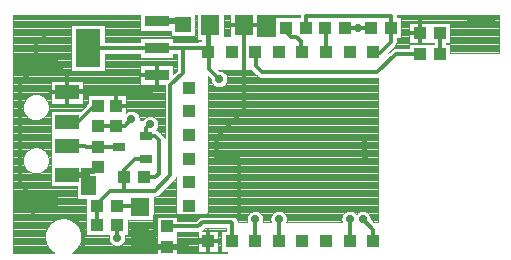
<source format=gbr>
G04 DipTrace 2.3.1.0*
%INTop.gbr*%
%MOMM*%
%ADD14C,0.3*%
%ADD15C,0.5*%
%ADD17C,0.1*%
%ADD18R,1.6X1.8*%
%ADD19R,1.1X1.0*%
%ADD20R,2.0X1.2*%
%ADD21O,4.0X1.6*%
%ADD23R,1.05X0.65*%
%ADD24R,1.0X1.1*%
%ADD25R,2.15X0.95*%
%ADD26R,2.15X3.25*%
%ADD27R,1.5X1.5*%
%ADD28C,0.7*%
%ADD30C,0.6*%
%FSLAX53Y53*%
G04*
G71*
G90*
G75*
G01*
%LNTop*%
%LPD*%
X21960Y20550D2*
D14*
X22760D1*
X23050Y20260D1*
Y17380D1*
X22740Y17070D1*
X21770D1*
X21970Y20540D2*
Y21200D1*
X22320Y21550D1*
X41206Y11639D2*
Y12594D1*
X40300Y13500D1*
X15240Y19749D2*
X16791D1*
X16910Y19630D1*
X17900D1*
X18130D1*
X18160Y19600D1*
X19660D1*
X15240Y17249D2*
D15*
X16990D1*
Y17630D1*
X17600D1*
D14*
X17900Y17930D1*
X24764Y29685D2*
X25399D1*
Y30320D1*
X24764D1*
Y29685D1*
X25077Y29999D1*
X25399Y30320D1*
X24764D2*
X25399Y29685D1*
X22859Y30316D2*
D15*
X25077D1*
D14*
Y29999D1*
X15240Y17249D2*
D3*
X16760Y15874D2*
X17395D1*
Y16509D1*
X16760D1*
Y15874D1*
X17092Y16206D1*
X17395Y16509D1*
X16760D2*
X17395Y15874D1*
X16990Y17249D2*
D15*
Y16206D1*
X17092D1*
X17059Y28016D2*
D14*
X22859D1*
X25070D1*
X27304D1*
Y29942D1*
X27421D1*
X27201Y27659D2*
Y29805D1*
X27339Y29942D1*
X27421D1*
X21960Y18650D2*
X21050D1*
X20070Y17670D1*
Y17070D1*
X38795Y29744D2*
X40985D1*
X20070Y17070D2*
Y15930D1*
X22710D1*
X24040Y17260D1*
Y24860D1*
X25070Y25890D1*
Y28016D1*
X39890Y29730D2*
X40971D1*
X39890D2*
X38809D1*
X38795Y29744D1*
X28160Y25380D2*
X27310Y26230D1*
Y27550D1*
X27201Y27659D1*
X17800Y14630D2*
Y13000D1*
Y14630D2*
Y14830D1*
X18900Y15930D1*
X20070D1*
X12640Y26449D2*
X14506D1*
X15240Y25715D1*
Y24249D1*
X12640Y15049D2*
Y15139D1*
X11270Y16509D1*
Y25079D1*
X12640Y26449D1*
Y15049D2*
X12410D1*
Y13740D1*
X15710D1*
X16670Y12780D1*
Y10930D1*
X21500D1*
Y11200D1*
D15*
X23730D1*
X25200D1*
X25639Y11639D1*
X27201D1*
X22859Y25716D2*
D14*
Y24764D1*
X22435Y24340D1*
X19450D1*
X15331D1*
X15240Y24249D1*
X19450Y23140D2*
Y24340D1*
X21500Y12000D2*
Y11200D1*
X31749Y30320D2*
X32384D1*
Y29685D1*
X31749D1*
Y30002D1*
Y30320D1*
X30221Y29942D2*
X31847D1*
X31907Y30002D1*
X31749D1*
X49370Y30320D2*
X50322D1*
X51275D1*
X49370D2*
Y30620D1*
X45200D1*
Y29280D1*
X45140D1*
X27939Y18573D2*
X29840D1*
Y13800D1*
X22720D1*
Y12064D1*
X21564D1*
X21500Y12000D1*
X26040Y11640D2*
X27200D1*
X27201Y11639D1*
X12640Y26449D2*
Y28640D1*
X12720Y28720D1*
Y29355D2*
X13355D1*
Y28720D1*
X12720D1*
X30221Y29942D2*
Y22760D1*
X27939Y20477D1*
X15240Y21749D2*
X16209D1*
X17570Y23110D1*
X17930D1*
Y21410D2*
X19420D1*
X19450Y21440D1*
X20190D1*
X20730Y21980D1*
X39201Y11639D2*
Y13519D1*
X39200Y13520D1*
X19500Y14630D2*
X21410D1*
X21500Y14540D1*
X33200Y13520D2*
Y11645D1*
X33206Y11639D1*
X23730Y12900D2*
X26390D1*
X26780Y13290D1*
X29200D1*
X29260Y13230D1*
Y11693D1*
X29206Y11639D1*
X19500Y13000D2*
X19510Y11960D1*
X31200Y13520D2*
Y11639D1*
X31201D1*
X42685Y29744D2*
Y28555D1*
X41750Y27620D1*
X41245D1*
X41206Y27659D1*
X35512Y29744D2*
Y30710D1*
X42685D1*
Y29744D1*
X33812D2*
Y29367D1*
X34220Y28960D1*
X34696D1*
X35083Y28574D1*
Y27778D1*
X35201Y27659D1*
X37206D2*
Y29744D1*
X37095D1*
X45130Y27463D2*
Y27520D1*
X43120D1*
X41560Y25960D1*
X31780D1*
X31272Y26468D1*
Y27588D1*
X31201Y27659D1*
X46840Y29280D2*
X46830D1*
Y27463D1*
D28*
X40300Y13500D3*
X39200Y13520D3*
X20730Y21980D3*
X22320Y21550D3*
D30*
X16760Y16509D3*
X17395D3*
X16760Y15874D3*
X17395D3*
X24764Y30320D3*
X25399D3*
X24764Y29685D3*
X25399D3*
X49370Y30320D3*
X50322D3*
X51275D3*
X31749D3*
X32384D3*
X31749Y29685D3*
X32384D3*
X27939Y20477D3*
D28*
X39890Y29730D3*
X28160Y25380D3*
X19510Y11960D3*
X31200Y13520D3*
X33200D3*
D30*
X40480Y20478D3*
X27939Y19843D3*
X40480D3*
X27939Y19207D3*
X40480Y19208D3*
X27939Y18573D3*
X40480D3*
X26040Y11640D3*
X12720Y29355D3*
X13355D3*
X12720Y28720D3*
X13355D3*
X10696Y30717D2*
D17*
X21421D1*
X26103D2*
X26258D1*
X28584D2*
X29058D1*
X31384D2*
X34999D1*
X43198D2*
X51803D1*
X10696Y30621D2*
X21421D1*
X26103D2*
X26258D1*
X28584D2*
X29058D1*
X31384D2*
X34999D1*
X43198D2*
X51803D1*
X10696Y30524D2*
X21421D1*
X26103D2*
X26258D1*
X28584D2*
X29058D1*
X31384D2*
X32899D1*
X43598D2*
X51803D1*
X10696Y30427D2*
X21421D1*
X26103D2*
X26258D1*
X28584D2*
X29058D1*
X31384D2*
X32899D1*
X43598D2*
X51803D1*
X10696Y30331D2*
X21421D1*
X26103D2*
X26258D1*
X28584D2*
X29058D1*
X31384D2*
X32899D1*
X43598D2*
X51803D1*
X10696Y30234D2*
X21421D1*
X26103D2*
X26258D1*
X28584D2*
X29058D1*
X31384D2*
X32899D1*
X43598D2*
X51803D1*
X10696Y30137D2*
X21421D1*
X26103D2*
X26258D1*
X28584D2*
X29058D1*
X31384D2*
X32899D1*
X43598D2*
X51803D1*
X10696Y30041D2*
X21421D1*
X26103D2*
X26258D1*
X28584D2*
X29058D1*
X31384D2*
X32899D1*
X43598D2*
X44227D1*
X47753D2*
X51803D1*
X10696Y29944D2*
X15621D1*
X18497D2*
X21421D1*
X26103D2*
X26258D1*
X28584D2*
X29058D1*
X31384D2*
X32899D1*
X43598D2*
X44227D1*
X47753D2*
X51803D1*
X10696Y29847D2*
X15621D1*
X18497D2*
X21421D1*
X26103D2*
X26258D1*
X28584D2*
X29058D1*
X31384D2*
X32899D1*
X43598D2*
X44227D1*
X47753D2*
X51803D1*
X10696Y29751D2*
X15621D1*
X18497D2*
X21421D1*
X26103D2*
X26258D1*
X28584D2*
X29058D1*
X31384D2*
X32899D1*
X43598D2*
X44227D1*
X47753D2*
X51803D1*
X10696Y29654D2*
X15621D1*
X18497D2*
X21421D1*
X26103D2*
X26258D1*
X28584D2*
X29058D1*
X31384D2*
X32899D1*
X43598D2*
X44227D1*
X47753D2*
X51803D1*
X10696Y29557D2*
X15621D1*
X18497D2*
X21421D1*
X26103D2*
X26258D1*
X28584D2*
X29058D1*
X31384D2*
X32899D1*
X43598D2*
X44227D1*
X47753D2*
X51803D1*
X10696Y29461D2*
X15621D1*
X18497D2*
X24077D1*
X26103D2*
X26258D1*
X28584D2*
X29058D1*
X31384D2*
X32899D1*
X43598D2*
X44227D1*
X47753D2*
X51803D1*
X10696Y29364D2*
X15621D1*
X18497D2*
X24077D1*
X26103D2*
X26258D1*
X28584D2*
X29058D1*
X31384D2*
X32899D1*
X43598D2*
X44227D1*
X47753D2*
X51803D1*
X10696Y29267D2*
X15621D1*
X18497D2*
X24077D1*
X26103D2*
X26258D1*
X28584D2*
X29058D1*
X31384D2*
X32899D1*
X43598D2*
X44227D1*
X47753D2*
X51803D1*
X10696Y29171D2*
X15621D1*
X18497D2*
X24077D1*
X26103D2*
X26258D1*
X28584D2*
X29058D1*
X31384D2*
X32899D1*
X43598D2*
X44227D1*
X47753D2*
X51803D1*
X10696Y29074D2*
X15621D1*
X18497D2*
X24077D1*
X26103D2*
X26258D1*
X28584D2*
X29058D1*
X31384D2*
X32899D1*
X43598D2*
X44227D1*
X47753D2*
X51803D1*
X10696Y28977D2*
X15621D1*
X18497D2*
X26258D1*
X43598D2*
X44227D1*
X47753D2*
X51803D1*
X10696Y28881D2*
X15621D1*
X18497D2*
X26258D1*
X43198D2*
X44227D1*
X47753D2*
X51803D1*
X10696Y28784D2*
X15621D1*
X18497D2*
X21421D1*
X24297D2*
X26258D1*
X43198D2*
X44227D1*
X47753D2*
X51803D1*
X10696Y28687D2*
X15621D1*
X18497D2*
X21421D1*
X24297D2*
X26653D1*
X43198D2*
X44227D1*
X47753D2*
X51803D1*
X10696Y28591D2*
X15621D1*
X18497D2*
X21421D1*
X24297D2*
X26653D1*
X43198D2*
X44227D1*
X47753D2*
X51803D1*
X10696Y28494D2*
X15621D1*
X43195D2*
X44227D1*
X47753D2*
X51803D1*
X10696Y28397D2*
X15621D1*
X43173D2*
X46316D1*
X47344D2*
X51803D1*
X10696Y28301D2*
X15621D1*
X43130D2*
X44216D1*
X47744D2*
X51803D1*
X10696Y28204D2*
X15621D1*
X43056D2*
X44216D1*
X47744D2*
X51803D1*
X10696Y28107D2*
X15621D1*
X42959D2*
X44216D1*
X47744D2*
X51803D1*
X10696Y28011D2*
X15621D1*
X42862D2*
X42996D1*
X47744D2*
X51803D1*
X10696Y27914D2*
X15621D1*
X47744D2*
X51803D1*
X10696Y27817D2*
X15621D1*
X47744D2*
X51803D1*
X10696Y27721D2*
X15621D1*
X47744D2*
X51803D1*
X10696Y27624D2*
X15621D1*
X47744D2*
X51803D1*
X10696Y27527D2*
X15621D1*
X10696Y27431D2*
X15621D1*
X18497D2*
X21421D1*
X24297D2*
X24556D1*
X10696Y27334D2*
X15621D1*
X18497D2*
X21421D1*
X24297D2*
X24556D1*
X10696Y27237D2*
X15621D1*
X18497D2*
X21421D1*
X24297D2*
X24556D1*
X10696Y27141D2*
X15621D1*
X18497D2*
X24556D1*
X10696Y27044D2*
X15621D1*
X18497D2*
X24556D1*
X10696Y26947D2*
X15621D1*
X18497D2*
X24556D1*
X10696Y26851D2*
X15621D1*
X18497D2*
X24556D1*
X10696Y26754D2*
X15621D1*
X18497D2*
X24556D1*
X10696Y26657D2*
X15621D1*
X18497D2*
X24556D1*
X10696Y26561D2*
X15621D1*
X18497D2*
X24556D1*
X10696Y26464D2*
X15621D1*
X18497D2*
X21421D1*
X24297D2*
X24556D1*
X10696Y26367D2*
X15621D1*
X18497D2*
X21421D1*
X24297D2*
X24556D1*
X10696Y26271D2*
X15621D1*
X18497D2*
X21421D1*
X24297D2*
X24556D1*
X10696Y26174D2*
X15621D1*
X18497D2*
X21421D1*
X24297D2*
X24556D1*
X28089D2*
X30853D1*
X10696Y26077D2*
X15621D1*
X18497D2*
X21421D1*
X24297D2*
X24535D1*
X28264D2*
X30941D1*
X10696Y25981D2*
X21421D1*
X24297D2*
X24438D1*
X28536D2*
X31038D1*
X10696Y25884D2*
X21421D1*
X28661D2*
X31133D1*
X10696Y25787D2*
X21421D1*
X28744D2*
X31230D1*
X10696Y25691D2*
X21421D1*
X28801D2*
X31327D1*
X10696Y25594D2*
X21421D1*
X28841D2*
X31424D1*
X10696Y25497D2*
X21421D1*
X27186D2*
X27321D1*
X28864D2*
X31571D1*
X10696Y25401D2*
X21421D1*
X27186D2*
X27417D1*
X28873D2*
X41603D1*
X10696Y25304D2*
X21421D1*
X27186D2*
X27450D1*
X28870D2*
X41603D1*
X10696Y25207D2*
X21421D1*
X27186D2*
X27467D1*
X28851D2*
X41603D1*
X10696Y25111D2*
X13877D1*
X16603D2*
X21421D1*
X27186D2*
X27500D1*
X28820D2*
X41603D1*
X10696Y25014D2*
X13877D1*
X16603D2*
X21421D1*
X27186D2*
X27549D1*
X28770D2*
X41603D1*
X10696Y24917D2*
X13877D1*
X16603D2*
X21421D1*
X27186D2*
X27621D1*
X28700D2*
X41603D1*
X10696Y24821D2*
X13877D1*
X16603D2*
X23527D1*
X27186D2*
X27724D1*
X28597D2*
X41603D1*
X10696Y24724D2*
X13877D1*
X16603D2*
X23527D1*
X27186D2*
X27896D1*
X28425D2*
X41603D1*
X10696Y24627D2*
X13877D1*
X16603D2*
X23527D1*
X27186D2*
X41603D1*
X10696Y24531D2*
X13877D1*
X16603D2*
X23527D1*
X27186D2*
X41603D1*
X10696Y24434D2*
X13877D1*
X16603D2*
X23527D1*
X27186D2*
X41603D1*
X10696Y24337D2*
X13877D1*
X16603D2*
X23527D1*
X27186D2*
X41603D1*
X10696Y24241D2*
X13877D1*
X16603D2*
X23527D1*
X27186D2*
X41603D1*
X10696Y24144D2*
X13877D1*
X16603D2*
X23527D1*
X27186D2*
X41603D1*
X10696Y24047D2*
X12286D1*
X12994D2*
X13877D1*
X16603D2*
X23527D1*
X27186D2*
X41603D1*
X10696Y23951D2*
X12072D1*
X13208D2*
X13877D1*
X16603D2*
X17066D1*
X20314D2*
X23527D1*
X27186D2*
X41603D1*
X10696Y23854D2*
X11933D1*
X13348D2*
X13877D1*
X16603D2*
X17066D1*
X20314D2*
X23527D1*
X27186D2*
X41603D1*
X10696Y23757D2*
X11828D1*
X13451D2*
X13877D1*
X16603D2*
X17066D1*
X20314D2*
X23527D1*
X27186D2*
X41603D1*
X10696Y23661D2*
X11747D1*
X13533D2*
X13877D1*
X16603D2*
X17066D1*
X20314D2*
X23527D1*
X27186D2*
X41603D1*
X10696Y23564D2*
X11681D1*
X13598D2*
X13877D1*
X16603D2*
X17066D1*
X20314D2*
X23527D1*
X27186D2*
X41603D1*
X10696Y23467D2*
X11631D1*
X13650D2*
X13877D1*
X16603D2*
X17066D1*
X20314D2*
X23527D1*
X27186D2*
X41603D1*
X10696Y23371D2*
X11591D1*
X13689D2*
X13877D1*
X16603D2*
X17066D1*
X20314D2*
X23527D1*
X27186D2*
X41603D1*
X10696Y23274D2*
X11561D1*
X13719D2*
X17011D1*
X20314D2*
X23527D1*
X27186D2*
X41603D1*
X10696Y23177D2*
X11541D1*
X13739D2*
X16914D1*
X20314D2*
X23527D1*
X27186D2*
X41603D1*
X10696Y23081D2*
X11530D1*
X13750D2*
X16819D1*
X20314D2*
X23527D1*
X27186D2*
X41603D1*
X10696Y22984D2*
X11527D1*
X13753D2*
X16722D1*
X20314D2*
X23527D1*
X27186D2*
X41603D1*
X10696Y22887D2*
X11531D1*
X13748D2*
X16625D1*
X20314D2*
X23527D1*
X27186D2*
X41603D1*
X10696Y22791D2*
X11546D1*
X13734D2*
X16528D1*
X20314D2*
X23527D1*
X27186D2*
X41603D1*
X10696Y22694D2*
X11569D1*
X13711D2*
X13877D1*
X20314D2*
X23527D1*
X27186D2*
X41603D1*
X10696Y22597D2*
X11602D1*
X13678D2*
X13877D1*
X20314D2*
X20383D1*
X21078D2*
X23527D1*
X27186D2*
X41603D1*
X10696Y22501D2*
X11646D1*
X13634D2*
X13877D1*
X21214D2*
X23527D1*
X27186D2*
X41603D1*
X10696Y22404D2*
X11700D1*
X13580D2*
X13877D1*
X21301D2*
X23527D1*
X27186D2*
X41603D1*
X10696Y22307D2*
X11769D1*
X13511D2*
X13877D1*
X21362D2*
X23527D1*
X27186D2*
X41603D1*
X10696Y22211D2*
X11858D1*
X13423D2*
X13877D1*
X21405D2*
X22067D1*
X22572D2*
X23527D1*
X27186D2*
X41603D1*
X10696Y22114D2*
X11971D1*
X13309D2*
X13877D1*
X21431D2*
X21889D1*
X22751D2*
X23527D1*
X27186D2*
X41603D1*
X10696Y22017D2*
X12125D1*
X13155D2*
X13877D1*
X21442D2*
X21785D1*
X22856D2*
X23527D1*
X27186D2*
X41603D1*
X10696Y21921D2*
X12394D1*
X12886D2*
X13877D1*
X22928D2*
X23527D1*
X27186D2*
X41603D1*
X10696Y21824D2*
X13877D1*
X22978D2*
X23527D1*
X27186D2*
X41603D1*
X10696Y21727D2*
X13877D1*
X23011D2*
X23527D1*
X27186D2*
X41603D1*
X10696Y21631D2*
X13877D1*
X23030D2*
X23527D1*
X27186D2*
X41603D1*
X10696Y21534D2*
X13877D1*
X23033D2*
X23527D1*
X27186D2*
X41603D1*
X10696Y21437D2*
X13877D1*
X23025D2*
X23527D1*
X27186D2*
X41603D1*
X10696Y21341D2*
X13877D1*
X23001D2*
X23527D1*
X27186D2*
X41603D1*
X10696Y21244D2*
X13877D1*
X22964D2*
X23527D1*
X27186D2*
X41603D1*
X10696Y21147D2*
X13877D1*
X22908D2*
X23527D1*
X27186D2*
X41603D1*
X10696Y21051D2*
X13877D1*
X22848D2*
X23527D1*
X27186D2*
X41603D1*
X10696Y20954D2*
X13877D1*
X23076D2*
X23527D1*
X27186D2*
X41603D1*
X10696Y20857D2*
X13877D1*
X23184D2*
X23527D1*
X27186D2*
X41603D1*
X10696Y20761D2*
X13883D1*
X23281D2*
X23527D1*
X27186D2*
X41603D1*
X10696Y20664D2*
X13877D1*
X23378D2*
X23527D1*
X27186D2*
X41603D1*
X10696Y20567D2*
X13877D1*
X23467D2*
X23527D1*
X27186D2*
X41603D1*
X10696Y20471D2*
X13877D1*
X27186D2*
X41603D1*
X10696Y20374D2*
X13877D1*
X27186D2*
X41603D1*
X10696Y20277D2*
X13877D1*
X27186D2*
X41603D1*
X10696Y20181D2*
X13877D1*
X27186D2*
X41603D1*
X10696Y20084D2*
X13877D1*
X27186D2*
X41603D1*
X10696Y19987D2*
X13877D1*
X27186D2*
X41603D1*
X10696Y19891D2*
X13877D1*
X27186D2*
X41603D1*
X10696Y19794D2*
X13877D1*
X27186D2*
X41603D1*
X10696Y19697D2*
X13877D1*
X27186D2*
X41603D1*
X10696Y19601D2*
X12567D1*
X12712D2*
X13877D1*
X27186D2*
X41603D1*
X10696Y19504D2*
X12175D1*
X13106D2*
X13877D1*
X27186D2*
X41603D1*
X10696Y19407D2*
X12003D1*
X13276D2*
X13877D1*
X27186D2*
X41603D1*
X10696Y19311D2*
X11883D1*
X13397D2*
X13877D1*
X27186D2*
X41603D1*
X10696Y19214D2*
X11789D1*
X13491D2*
X13877D1*
X27186D2*
X41603D1*
X10696Y19117D2*
X11716D1*
X13564D2*
X13877D1*
X27186D2*
X41603D1*
X10696Y19021D2*
X11658D1*
X13622D2*
X13877D1*
X27186D2*
X41603D1*
X10696Y18924D2*
X11611D1*
X13669D2*
X13877D1*
X27186D2*
X41603D1*
X10696Y18827D2*
X11577D1*
X13703D2*
X13877D1*
X27186D2*
X41603D1*
X10696Y18731D2*
X11550D1*
X13730D2*
X13883D1*
X27186D2*
X41603D1*
X10696Y18634D2*
X11535D1*
X13745D2*
X13883D1*
X27186D2*
X41603D1*
X10696Y18537D2*
X11527D1*
X13753D2*
X13883D1*
X27186D2*
X41603D1*
X10696Y18441D2*
X11528D1*
X13751D2*
X13883D1*
X27186D2*
X41603D1*
X10696Y18344D2*
X11538D1*
X13742D2*
X13883D1*
X27186D2*
X41603D1*
X10696Y18247D2*
X11555D1*
X13725D2*
X13883D1*
X27186D2*
X41603D1*
X10696Y18151D2*
X11583D1*
X13697D2*
X13877D1*
X27186D2*
X41603D1*
X10696Y18054D2*
X11621D1*
X13661D2*
X13877D1*
X27186D2*
X41603D1*
X10696Y17957D2*
X11669D1*
X13612D2*
X13877D1*
X27186D2*
X41603D1*
X10696Y17861D2*
X11730D1*
X13550D2*
X13877D1*
X27186D2*
X41603D1*
X10696Y17764D2*
X11806D1*
X13473D2*
X13877D1*
X27186D2*
X41603D1*
X10696Y17667D2*
X11905D1*
X13376D2*
X13877D1*
X27186D2*
X41603D1*
X10696Y17571D2*
X12033D1*
X13247D2*
X13877D1*
X27186D2*
X41603D1*
X10696Y17474D2*
X12221D1*
X13059D2*
X13877D1*
X27186D2*
X41603D1*
X10696Y17377D2*
X13877D1*
X27186D2*
X41603D1*
X10696Y17281D2*
X13877D1*
X27186D2*
X41603D1*
X10696Y17184D2*
X13877D1*
X27186D2*
X41603D1*
X10696Y17087D2*
X13877D1*
X27186D2*
X41603D1*
X10696Y16991D2*
X13877D1*
X27186D2*
X41603D1*
X10696Y16894D2*
X13877D1*
X24397D2*
X24494D1*
X27186D2*
X41603D1*
X10696Y16797D2*
X13877D1*
X24300D2*
X24494D1*
X27186D2*
X41603D1*
X10696Y16701D2*
X13877D1*
X24203D2*
X24494D1*
X27186D2*
X41603D1*
X10696Y16604D2*
X13877D1*
X24106D2*
X24494D1*
X27186D2*
X41603D1*
X10696Y16507D2*
X13877D1*
X24009D2*
X24494D1*
X27186D2*
X41603D1*
X10696Y16411D2*
X13877D1*
X23912D2*
X24494D1*
X27186D2*
X41603D1*
X10696Y16314D2*
X13877D1*
X23816D2*
X24494D1*
X27186D2*
X41603D1*
X10696Y16217D2*
X16077D1*
X23720D2*
X24494D1*
X27186D2*
X41603D1*
X10696Y16121D2*
X16077D1*
X23623D2*
X24494D1*
X27186D2*
X41603D1*
X10696Y16024D2*
X16077D1*
X23526D2*
X24494D1*
X27186D2*
X41603D1*
X10696Y15927D2*
X16077D1*
X23430D2*
X24494D1*
X27186D2*
X41603D1*
X10696Y15831D2*
X16077D1*
X23333D2*
X24494D1*
X27186D2*
X41603D1*
X10696Y15734D2*
X16077D1*
X23236D2*
X24494D1*
X27186D2*
X41603D1*
X10696Y15637D2*
X16077D1*
X23139D2*
X24494D1*
X27186D2*
X41603D1*
X10696Y15541D2*
X16077D1*
X23039D2*
X24494D1*
X27186D2*
X41603D1*
X10696Y15444D2*
X16077D1*
X22851D2*
X24494D1*
X27186D2*
X41603D1*
X10696Y15347D2*
X16077D1*
X22614D2*
X24494D1*
X27186D2*
X41603D1*
X10696Y15251D2*
X16077D1*
X22614D2*
X24494D1*
X27186D2*
X41603D1*
X10696Y15154D2*
X16886D1*
X22614D2*
X24494D1*
X27186D2*
X41603D1*
X10696Y15057D2*
X16886D1*
X22614D2*
X24494D1*
X27186D2*
X41603D1*
X10696Y14961D2*
X16886D1*
X22614D2*
X24494D1*
X27186D2*
X41603D1*
X10696Y14864D2*
X16886D1*
X22614D2*
X24494D1*
X27186D2*
X41603D1*
X10696Y14767D2*
X16886D1*
X22614D2*
X24494D1*
X27186D2*
X41603D1*
X10696Y14671D2*
X16886D1*
X22614D2*
X24494D1*
X27186D2*
X41603D1*
X10696Y14574D2*
X16886D1*
X22614D2*
X24494D1*
X27186D2*
X41603D1*
X10696Y14477D2*
X16886D1*
X22614D2*
X24494D1*
X27186D2*
X41603D1*
X10696Y14381D2*
X16886D1*
X22614D2*
X24494D1*
X27186D2*
X41603D1*
X10696Y14284D2*
X16886D1*
X22614D2*
X24494D1*
X27186D2*
X41603D1*
X10696Y14187D2*
X16886D1*
X22614D2*
X24494D1*
X27186D2*
X30967D1*
X31433D2*
X32967D1*
X33433D2*
X38967D1*
X39433D2*
X40139D1*
X40461D2*
X41603D1*
X10696Y14091D2*
X16886D1*
X22614D2*
X24494D1*
X27186D2*
X30778D1*
X31622D2*
X32778D1*
X33622D2*
X38778D1*
X39622D2*
X39908D1*
X40692D2*
X41603D1*
X10696Y13994D2*
X16886D1*
X22614D2*
X24511D1*
X27169D2*
X30671D1*
X31730D2*
X32671D1*
X33730D2*
X38671D1*
X39730D2*
X39789D1*
X40811D2*
X41603D1*
X10696Y13897D2*
X16886D1*
X22614D2*
X24594D1*
X27086D2*
X30596D1*
X31805D2*
X32596D1*
X33805D2*
X38596D1*
X40891D2*
X41603D1*
X10696Y13801D2*
X16886D1*
X22614D2*
X22866D1*
X24594D2*
X24681D1*
X26509D2*
X30544D1*
X31855D2*
X32544D1*
X33855D2*
X38544D1*
X40947D2*
X41603D1*
X10696Y13704D2*
X16886D1*
X22614D2*
X22866D1*
X24594D2*
X26483D1*
X29497D2*
X30511D1*
X31889D2*
X32511D1*
X33889D2*
X38511D1*
X40983D2*
X41603D1*
X10696Y13607D2*
X16886D1*
X22614D2*
X22866D1*
X24594D2*
X26375D1*
X29605D2*
X30492D1*
X31908D2*
X32492D1*
X33908D2*
X38492D1*
X41006D2*
X41603D1*
X10696Y13511D2*
X14441D1*
X15459D2*
X16886D1*
X22614D2*
X22866D1*
X24594D2*
X26278D1*
X29689D2*
X30486D1*
X31914D2*
X32486D1*
X33914D2*
X38486D1*
X41014D2*
X41603D1*
X10696Y13414D2*
X14216D1*
X15684D2*
X16886D1*
X20414D2*
X22866D1*
X24594D2*
X26181D1*
X29739D2*
X30494D1*
X31906D2*
X32494D1*
X33906D2*
X38494D1*
X41108D2*
X41603D1*
X10696Y13317D2*
X14056D1*
X15844D2*
X16886D1*
X20414D2*
X22866D1*
X29766D2*
X30516D1*
X31884D2*
X32516D1*
X33884D2*
X38516D1*
X41205D2*
X41603D1*
X10696Y13221D2*
X13931D1*
X15969D2*
X16886D1*
X20414D2*
X22866D1*
X10696Y13124D2*
X13828D1*
X16072D2*
X16886D1*
X20414D2*
X22866D1*
X10696Y13027D2*
X13741D1*
X16159D2*
X16886D1*
X20414D2*
X22866D1*
X10696Y12931D2*
X13667D1*
X16233D2*
X16886D1*
X20414D2*
X22866D1*
X10696Y12834D2*
X13605D1*
X16295D2*
X16886D1*
X20414D2*
X22866D1*
X10696Y12737D2*
X13552D1*
X16348D2*
X16886D1*
X20414D2*
X22866D1*
X26950D2*
X28747D1*
X10696Y12641D2*
X13508D1*
X16392D2*
X16886D1*
X20414D2*
X22866D1*
X26853D2*
X28747D1*
X10696Y12544D2*
X13471D1*
X16430D2*
X16886D1*
X20414D2*
X22866D1*
X26756D2*
X28747D1*
X10696Y12447D2*
X13441D1*
X16459D2*
X16886D1*
X20414D2*
X22866D1*
X28066D2*
X28342D1*
X10696Y12351D2*
X13419D1*
X16481D2*
X16886D1*
X20414D2*
X22866D1*
X24594D2*
X26338D1*
X28066D2*
X28342D1*
X10696Y12254D2*
X13402D1*
X16498D2*
X16886D1*
X20414D2*
X22866D1*
X24594D2*
X26338D1*
X28066D2*
X28342D1*
X10696Y12157D2*
X13391D1*
X16509D2*
X16886D1*
X20414D2*
X22866D1*
X24594D2*
X26338D1*
X28066D2*
X28342D1*
X10696Y12061D2*
X13388D1*
X16512D2*
X18803D1*
X20217D2*
X22866D1*
X24594D2*
X26338D1*
X28066D2*
X28342D1*
X10696Y11964D2*
X13389D1*
X16511D2*
X18797D1*
X20223D2*
X22866D1*
X24594D2*
X26338D1*
X28066D2*
X28342D1*
X10696Y11867D2*
X13397D1*
X16503D2*
X18802D1*
X20217D2*
X22866D1*
X24594D2*
X26338D1*
X28066D2*
X28342D1*
X10696Y11771D2*
X13411D1*
X16489D2*
X18822D1*
X20198D2*
X22866D1*
X24594D2*
X26338D1*
X28066D2*
X28342D1*
X10696Y11674D2*
X13431D1*
X16469D2*
X18856D1*
X20162D2*
X22866D1*
X24594D2*
X26338D1*
X28066D2*
X28342D1*
X10696Y11577D2*
X13458D1*
X16442D2*
X18910D1*
X20111D2*
X22866D1*
X24594D2*
X26338D1*
X28066D2*
X28342D1*
X10696Y11481D2*
X13491D1*
X16409D2*
X18985D1*
X20036D2*
X22866D1*
X24594D2*
X26338D1*
X28066D2*
X28342D1*
X10696Y11384D2*
X13533D1*
X16367D2*
X19096D1*
X19925D2*
X22866D1*
X24594D2*
X26338D1*
X28066D2*
X28342D1*
X10696Y11287D2*
X13581D1*
X16319D2*
X19294D1*
X19726D2*
X22866D1*
X24594D2*
X26338D1*
X28066D2*
X28342D1*
X10696Y11191D2*
X13639D1*
X16261D2*
X22866D1*
X24594D2*
X26338D1*
X28066D2*
X28342D1*
X10696Y11094D2*
X13708D1*
X16192D2*
X22866D1*
X24594D2*
X26338D1*
X28066D2*
X28342D1*
X10696Y10997D2*
X13789D1*
X16111D2*
X22866D1*
X24594D2*
X26338D1*
X28066D2*
X28342D1*
X10696Y10901D2*
X13885D1*
X16016D2*
X22866D1*
X24594D2*
X26338D1*
X28066D2*
X28342D1*
X10696Y10804D2*
X14000D1*
X15900D2*
X22866D1*
X24594D2*
X26338D1*
X28066D2*
X28342D1*
X10696Y10707D2*
X14142D1*
X15758D2*
X22866D1*
X24594D2*
X28814D1*
X31375Y30814D2*
Y29016D1*
X32910Y29017D1*
X32908Y29390D1*
Y30598D1*
X34717Y30596D1*
X34758Y30598D1*
X35010D1*
X35008Y30710D1*
X35018Y30809D1*
X35020Y30814D1*
X31375D1*
X29067Y29016D2*
Y30814D1*
X28575D1*
Y29017D1*
X29069D1*
X26664Y28689D2*
X26267D1*
Y30815D1*
X26094Y30814D1*
Y29006D1*
X24086D1*
Y29489D1*
X23738Y29487D1*
X21430D1*
Y30814D1*
X10686D1*
Y10686D1*
X14191D1*
X14091Y10746D1*
X13970Y10835D1*
X13859Y10935D1*
X13757Y11045D1*
X13667Y11165D1*
X13588Y11292D1*
X13523Y11427D1*
X13470Y11568D1*
X13432Y11713D1*
X13407Y11860D1*
X13397Y12010D1*
X13401Y12160D1*
X13420Y12309D1*
X13453Y12455D1*
X13500Y12597D1*
X13561Y12735D1*
X13634Y12865D1*
X13720Y12988D1*
X13817Y13102D1*
X13925Y13207D1*
X14042Y13300D1*
X14168Y13382D1*
X14301Y13451D1*
X14440Y13507D1*
X14584Y13550D1*
X14731Y13578D1*
X14880Y13592D1*
X15030Y13591D1*
X15179Y13576D1*
X15326Y13547D1*
X15470Y13504D1*
X15609Y13447D1*
X15741Y13377D1*
X15866Y13294D1*
X15983Y13200D1*
X16090Y13095D1*
X16186Y12980D1*
X16271Y12857D1*
X16344Y12725D1*
X16404Y12588D1*
X16450Y12445D1*
X16482Y12299D1*
X16499Y12150D1*
X16503Y12040D1*
X16496Y11890D1*
X16474Y11742D1*
X16439Y11596D1*
X16389Y11455D1*
X16326Y11319D1*
X16250Y11190D1*
X16162Y11068D1*
X16062Y10956D1*
X15953Y10854D1*
X15834Y10763D1*
X15710Y10686D1*
X22876D1*
Y13804D1*
X24584D1*
Y13402D1*
X24880Y13404D1*
X26182D1*
X26424Y13646D1*
X26501Y13710D1*
X26589Y13756D1*
X26685Y13785D1*
X26784Y13794D1*
X29200D1*
X29299Y13784D1*
X29395Y13755D1*
X29483Y13707D1*
X29559Y13643D1*
X29650Y13549D1*
X29705Y13466D1*
X29743Y13374D1*
X29762Y13276D1*
X29763Y13256D1*
X30548Y13257D1*
X30528Y13312D1*
X30505Y13409D1*
X30496Y13508D1*
X30502Y13608D1*
X30521Y13706D1*
X30554Y13800D1*
X30600Y13889D1*
X30659Y13970D1*
X30728Y14042D1*
X30807Y14104D1*
X30893Y14154D1*
X30986Y14191D1*
X31083Y14214D1*
X31182Y14224D1*
X31282Y14219D1*
X31380Y14200D1*
X31475Y14168D1*
X31564Y14123D1*
X31646Y14065D1*
X31718Y13996D1*
X31780Y13918D1*
X31831Y13832D1*
X31869Y13740D1*
X31893Y13643D1*
X31904Y13543D1*
X31902Y13470D1*
X31888Y13371D1*
X31860Y13275D1*
X31852Y13256D1*
X32548Y13257D1*
X32528Y13312D1*
X32505Y13409D1*
X32496Y13508D1*
X32502Y13608D1*
X32521Y13706D1*
X32554Y13800D1*
X32600Y13889D1*
X32659Y13970D1*
X32728Y14042D1*
X32807Y14104D1*
X32893Y14154D1*
X32986Y14191D1*
X33083Y14214D1*
X33182Y14224D1*
X33282Y14219D1*
X33380Y14200D1*
X33475Y14168D1*
X33564Y14123D1*
X33646Y14065D1*
X33718Y13996D1*
X33780Y13918D1*
X33831Y13832D1*
X33869Y13740D1*
X33893Y13643D1*
X33904Y13543D1*
X33902Y13470D1*
X33888Y13371D1*
X33860Y13275D1*
X33852Y13256D1*
X38548Y13257D1*
X38528Y13312D1*
X38505Y13409D1*
X38496Y13508D1*
X38502Y13608D1*
X38521Y13706D1*
X38554Y13800D1*
X38600Y13889D1*
X38659Y13970D1*
X38728Y14042D1*
X38807Y14104D1*
X38893Y14154D1*
X38986Y14191D1*
X39083Y14214D1*
X39182Y14224D1*
X39282Y14219D1*
X39380Y14200D1*
X39475Y14168D1*
X39564Y14123D1*
X39646Y14065D1*
X39718Y13996D1*
X39759Y13950D1*
X39828Y14022D1*
X39907Y14084D1*
X39993Y14134D1*
X40086Y14171D1*
X40183Y14194D1*
X40282Y14204D1*
X40382Y14199D1*
X40480Y14180D1*
X40575Y14148D1*
X40664Y14103D1*
X40746Y14045D1*
X40818Y13976D1*
X40881Y13898D1*
X40931Y13812D1*
X40969Y13720D1*
X40993Y13623D1*
X41004Y13523D1*
Y13508D1*
X41256Y13256D1*
X41613Y13257D1*
Y25458D1*
X41510Y25456D1*
X31730Y25458D1*
X31632Y25478D1*
X31540Y25517D1*
X31457Y25573D1*
X31388Y25639D1*
X30883Y26148D1*
X30870Y26164D1*
X30830Y26183D1*
X28069D1*
X28169Y26084D1*
X28242Y26079D1*
X28340Y26060D1*
X28435Y26028D1*
X28524Y25983D1*
X28606Y25925D1*
X28678Y25856D1*
X28740Y25778D1*
X28791Y25692D1*
X28829Y25600D1*
X28853Y25503D1*
X28864Y25403D1*
X28862Y25330D1*
X28848Y25231D1*
X28820Y25135D1*
X28779Y25044D1*
X28725Y24960D1*
X28660Y24884D1*
X28585Y24819D1*
X28501Y24764D1*
X28410Y24722D1*
X28315Y24693D1*
X28216Y24678D1*
X28116Y24677D1*
X28017Y24691D1*
X27921Y24718D1*
X27829Y24758D1*
X27745Y24812D1*
X27668Y24876D1*
X27602Y24951D1*
X27547Y25034D1*
X27504Y25124D1*
X27474Y25220D1*
X27459Y25318D1*
X27456Y25373D1*
X27344Y25483D1*
X27177Y25650D1*
Y15710D1*
Y14080D1*
X27171Y14030D1*
X27154Y13983D1*
X27127Y13942D1*
X27091Y13907D1*
X27048Y13882D1*
X27000Y13867D1*
X26960Y13863D1*
X26499D1*
X26500Y13795D1*
X24692D1*
Y13865D1*
X24623Y13886D1*
X24582Y13913D1*
X24547Y13949D1*
X24522Y13992D1*
X24507Y14040D1*
X24503Y14080D1*
Y17063D1*
X24477Y17009D1*
X24419Y16928D1*
X24043Y16550D1*
X23029Y15540D1*
X22946Y15485D1*
X22854Y15447D1*
X22756Y15428D1*
X22660Y15426D1*
X22602D1*
X22604Y15244D1*
Y13436D1*
X20404D1*
Y12146D1*
X20190D1*
X20210Y12033D1*
X20214Y11960D1*
X20207Y11860D1*
X20186Y11763D1*
X20151Y11669D1*
X20103Y11581D1*
X20044Y11501D1*
X19973Y11430D1*
X19894Y11370D1*
X19806Y11321D1*
X19713Y11286D1*
X19615Y11264D1*
X19516Y11256D1*
X19416Y11262D1*
X19318Y11283D1*
X19224Y11317D1*
X19136Y11364D1*
X19055Y11422D1*
X18984Y11492D1*
X18923Y11571D1*
X18874Y11658D1*
X18838Y11752D1*
X18815Y11849D1*
X18806Y11948D1*
X18812Y12048D1*
X18832Y12148D1*
X18596Y12146D1*
X16896D1*
X16898Y13854D1*
X16896Y14026D1*
Y15187D1*
X16224Y15186D1*
X16086D1*
Y16294D1*
X15094Y16295D1*
X13886D1*
Y18203D1*
X13894D1*
X13893Y18796D1*
X13886Y18795D1*
Y20703D1*
X13894D1*
X13893Y20796D1*
X13886Y20795D1*
Y22703D1*
X16450D1*
X17075Y23328D1*
X17076Y24014D1*
X18596Y24016D1*
Y24044D1*
X20304D1*
Y22540D1*
X20379Y22590D1*
X20469Y22634D1*
X20564Y22664D1*
X20663Y22681D1*
X20762Y22683D1*
X20862Y22672D1*
X20958Y22646D1*
X21050Y22607D1*
X21136Y22555D1*
X21213Y22492D1*
X21281Y22418D1*
X21337Y22336D1*
X21382Y22247D1*
X21413Y22152D1*
X21430Y22053D1*
X21434Y21980D1*
X21432Y21925D1*
X21727Y21927D1*
X21779Y22000D1*
X21848Y22072D1*
X21927Y22134D1*
X22013Y22184D1*
X22106Y22221D1*
X22203Y22244D1*
X22302Y22254D1*
X22402Y22249D1*
X22500Y22230D1*
X22595Y22198D1*
X22684Y22153D1*
X22766Y22095D1*
X22838Y22026D1*
X22901Y21948D1*
X22951Y21862D1*
X22989Y21770D1*
X23013Y21673D1*
X23024Y21573D1*
X23022Y21500D1*
X23008Y21401D1*
X22980Y21305D1*
X22939Y21214D1*
X22885Y21130D1*
X22838Y21074D1*
X22859Y21044D1*
X22955Y21015D1*
X23020Y20983D1*
X23103Y20927D1*
X23172Y20861D1*
X23440Y20589D1*
X23495Y20506D1*
X23533Y20414D1*
X23535Y20406D1*
X23536Y20660D1*
X23537Y24880D1*
X23528Y24887D1*
X21430D1*
Y26545D1*
X24288D1*
Y25820D1*
X24566Y26099D1*
Y27513D1*
X24287Y27512D1*
X24288Y27187D1*
X21430D1*
Y27514D1*
X21259Y27512D1*
X18488D1*
Y26037D1*
X15630D1*
Y29995D1*
X18488D1*
Y28519D1*
X18659Y28520D1*
X21429D1*
X21430Y28845D1*
X24288D1*
Y28519D1*
X24459Y28520D1*
X26347D1*
Y28563D1*
X26664D1*
X26663Y28689D1*
X44246Y30134D2*
X47744D1*
Y28426D1*
X47333D1*
X47334Y28316D1*
X47734Y28317D1*
Y27596D1*
X51813Y27597D1*
X51814Y28086D1*
Y30814D1*
X43178D1*
X43187Y30752D1*
X43189Y30660D1*
Y30596D1*
X43431Y30598D1*
X43589D1*
Y28890D1*
X43187D1*
X43189Y28594D1*
X43187Y28505D1*
X43167Y28407D1*
X43128Y28315D1*
X43072Y28232D1*
X43006Y28163D1*
X42439Y27596D1*
X42485Y27597D1*
X42764Y27876D1*
X42841Y27940D1*
X42929Y27986D1*
X43025Y28015D1*
X43124Y28024D1*
X44228D1*
X44226Y28209D1*
Y28317D1*
X46034Y28315D1*
X46076Y28317D1*
X46328D1*
X46326Y28427D1*
X45936Y28426D1*
X44236D1*
Y30134D1*
X44246D1*
X13896Y25203D2*
X16594D1*
Y23295D1*
X13886D1*
Y25203D1*
X13896D1*
X13743Y18449D2*
X13734Y18349D1*
X13716Y18251D1*
X13689Y18155D1*
X13654Y18061D1*
X13610Y17971D1*
X13558Y17886D1*
X13499Y17805D1*
X13433Y17730D1*
X13360Y17662D1*
X13281Y17600D1*
X13197Y17546D1*
X13109Y17499D1*
X13016Y17461D1*
X12921Y17431D1*
X12823Y17410D1*
X12724Y17398D1*
X12624Y17395D1*
X12524Y17401D1*
X12426Y17416D1*
X12328Y17440D1*
X12234Y17472D1*
X12143Y17513D1*
X12056Y17562D1*
X11973Y17619D1*
X11896Y17683D1*
X11826Y17753D1*
X11762Y17830D1*
X11705Y17912D1*
X11655Y17999D1*
X11614Y18090D1*
X11582Y18185D1*
X11557Y18282D1*
X11542Y18381D1*
X11536Y18480D1*
X11539Y18580D1*
X11551Y18680D1*
X11572Y18777D1*
X11601Y18873D1*
X11639Y18965D1*
X11686Y19054D1*
X11740Y19138D1*
X11801Y19217D1*
X11870Y19290D1*
X11944Y19356D1*
X12025Y19415D1*
X12110Y19467D1*
X12200Y19511D1*
X12293Y19547D1*
X12390Y19574D1*
X12488Y19592D1*
X12588Y19601D1*
X12688Y19602D1*
X12787Y19593D1*
X12885Y19575D1*
X12982Y19549D1*
X13075Y19513D1*
X13165Y19470D1*
X13251Y19418D1*
X13332Y19359D1*
X13407Y19293D1*
X13475Y19220D1*
X13537Y19142D1*
X13592Y19058D1*
X13638Y18970D1*
X13677Y18878D1*
X13707Y18782D1*
X13728Y18684D1*
X13741Y18585D1*
X13744Y18499D1*
X13743Y18449D1*
Y22949D2*
X13734Y22849D1*
X13716Y22751D1*
X13689Y22655D1*
X13654Y22561D1*
X13610Y22471D1*
X13558Y22386D1*
X13499Y22305D1*
X13433Y22230D1*
X13360Y22162D1*
X13281Y22100D1*
X13197Y22046D1*
X13109Y21999D1*
X13016Y21961D1*
X12921Y21931D1*
X12823Y21910D1*
X12724Y21898D1*
X12624Y21895D1*
X12524Y21901D1*
X12426Y21916D1*
X12328Y21940D1*
X12234Y21972D1*
X12143Y22013D1*
X12056Y22062D1*
X11973Y22119D1*
X11896Y22183D1*
X11826Y22253D1*
X11762Y22330D1*
X11705Y22412D1*
X11655Y22499D1*
X11614Y22590D1*
X11582Y22685D1*
X11557Y22782D1*
X11542Y22881D1*
X11536Y22980D1*
X11539Y23080D1*
X11551Y23180D1*
X11572Y23277D1*
X11601Y23373D1*
X11639Y23465D1*
X11686Y23554D1*
X11740Y23638D1*
X11801Y23717D1*
X11870Y23790D1*
X11944Y23856D1*
X12025Y23915D1*
X12110Y23967D1*
X12200Y24011D1*
X12293Y24047D1*
X12390Y24074D1*
X12488Y24092D1*
X12588Y24101D1*
X12688Y24102D1*
X12787Y24093D1*
X12885Y24075D1*
X12982Y24049D1*
X13075Y24013D1*
X13165Y23970D1*
X13251Y23918D1*
X13332Y23859D1*
X13407Y23793D1*
X13475Y23720D1*
X13537Y23642D1*
X13592Y23558D1*
X13638Y23470D1*
X13677Y23377D1*
X13707Y23282D1*
X13728Y23184D1*
X13741Y23085D1*
X13744Y22999D1*
X13743Y22949D1*
X24584Y12104D2*
Y10686D1*
X28825D1*
X28823Y10734D1*
X28352Y10735D1*
Y12543D1*
X28756D1*
Y12785D1*
X28250Y12786D1*
X26989D1*
X26747Y12543D1*
X28055D1*
Y10735D1*
X26347D1*
Y12396D1*
X24582D1*
X24584Y12154D1*
X24582Y11996D1*
X29067Y29942D2*
D14*
X31375D1*
X45140Y30134D2*
Y28426D1*
X44236Y29280D2*
X45140D1*
X15240Y25203D2*
Y23295D1*
X13886Y24249D2*
X16594D1*
X19450Y24044D2*
Y23140D1*
X20304D1*
X22876Y11200D2*
X24584D1*
X27201Y12543D2*
Y10735D1*
X26347Y11639D2*
X28055D1*
X22859Y26545D2*
Y24887D1*
X21430Y25716D2*
X22859D1*
D18*
X30221Y29942D3*
X27421D3*
D19*
X45140Y29280D3*
X46840D3*
D20*
X15240Y17249D3*
Y19749D3*
Y21749D3*
Y24249D3*
D21*
X12640Y15049D3*
Y26449D3*
D23*
X21960Y18650D3*
Y20550D3*
X19660Y19600D3*
D24*
X17930Y21410D3*
Y23110D3*
X19450Y23140D3*
Y21440D3*
D19*
X21770Y17070D3*
X20070D3*
D24*
X17900Y19630D3*
Y17930D3*
D19*
X19500Y14630D3*
X17800D3*
D24*
X23730Y11200D3*
Y12900D3*
D19*
X19500Y13000D3*
X17800D3*
X33812Y29744D3*
X35512D3*
X42685D3*
X40985D3*
X37095D3*
X38795D3*
X46830Y27463D3*
X45130D3*
D24*
X39201Y11639D3*
X31201D3*
X27201D3*
X29206D3*
X33206D3*
X39201Y27659D3*
X31201D3*
X35201Y11639D3*
X37206D3*
X27201Y27659D3*
X29206D3*
X33206D3*
X35201D3*
X37206D3*
X41206D3*
D19*
X25596Y16649D3*
Y20649D3*
Y18649D3*
Y24649D3*
Y22649D3*
Y14649D3*
D24*
X41206Y11639D3*
D25*
X22859Y25716D3*
Y28016D3*
Y30316D3*
D26*
X17059Y28016D3*
D27*
X21500Y14540D3*
Y12000D3*
G36*
X16440Y16830D2*
X17720D1*
Y15540D1*
X16440D1*
Y16830D1*
G37*
G36*
X24440Y30670D2*
X25740D1*
Y29360D1*
X24440D1*
Y30670D1*
G37*
G36*
X17710Y15550D2*
X17720Y17140D1*
X17140D1*
X17270Y17880D1*
X16440D1*
Y16830D1*
X16990Y15540D1*
D1*
X17710Y15550D1*
G37*
G36*
X31431Y30796D2*
X32860D1*
Y29209D1*
X31431D1*
Y30796D1*
G37*
M02*

</source>
